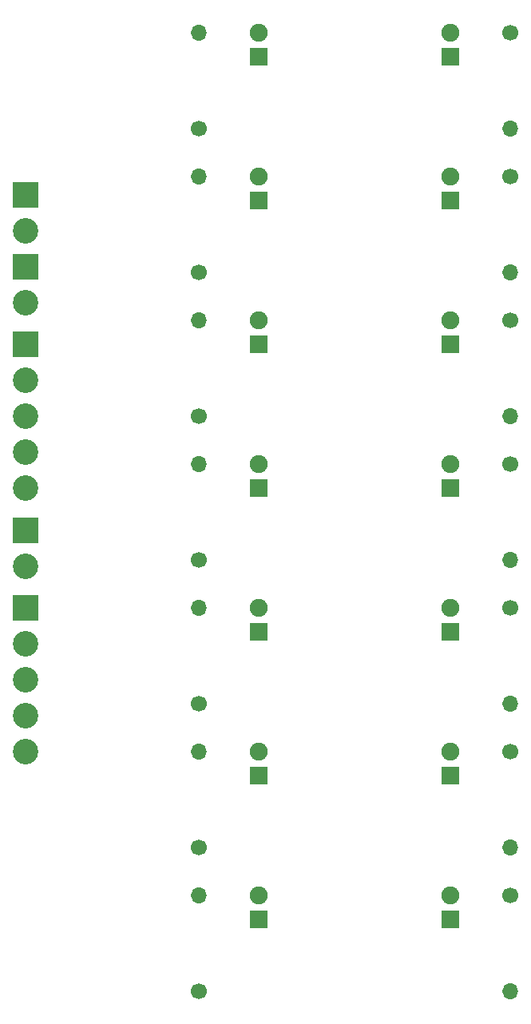
<source format=gbr>
%TF.GenerationSoftware,KiCad,Pcbnew,(5.1.6)-1*%
%TF.CreationDate,2020-07-19T07:57:48-07:00*%
%TF.ProjectId,BPEM488 Output LEDs,4250454d-3438-4382-904f-757470757420,rev?*%
%TF.SameCoordinates,Original*%
%TF.FileFunction,Soldermask,Top*%
%TF.FilePolarity,Negative*%
%FSLAX46Y46*%
G04 Gerber Fmt 4.6, Leading zero omitted, Abs format (unit mm)*
G04 Created by KiCad (PCBNEW (5.1.6)-1) date 2020-07-19 07:57:48*
%MOMM*%
%LPD*%
G01*
G04 APERTURE LIST*
%ADD10R,1.900000X1.900000*%
%ADD11C,1.900000*%
%ADD12C,2.700000*%
%ADD13R,2.700000X2.700000*%
%ADD14O,1.700000X1.700000*%
%ADD15C,1.700000*%
G04 APERTURE END LIST*
D10*
%TO.C,D1*%
X114046000Y-48768000D03*
D11*
X114046000Y-46228000D03*
%TD*%
%TO.C,D2*%
X114046000Y-61468000D03*
D10*
X114046000Y-64008000D03*
%TD*%
D11*
%TO.C,D3*%
X114046000Y-76708000D03*
D10*
X114046000Y-79248000D03*
%TD*%
D11*
%TO.C,D4*%
X114046000Y-91948000D03*
D10*
X114046000Y-94488000D03*
%TD*%
D11*
%TO.C,D5*%
X114046000Y-107188000D03*
D10*
X114046000Y-109728000D03*
%TD*%
%TO.C,D6*%
X114046000Y-124968000D03*
D11*
X114046000Y-122428000D03*
%TD*%
D10*
%TO.C,D7*%
X114046000Y-140208000D03*
D11*
X114046000Y-137668000D03*
%TD*%
D10*
%TO.C,D8*%
X134366000Y-48768000D03*
D11*
X134366000Y-46228000D03*
%TD*%
D10*
%TO.C,D9*%
X134366000Y-64008000D03*
D11*
X134366000Y-61468000D03*
%TD*%
%TO.C,D10*%
X134366000Y-76708000D03*
D10*
X134366000Y-79248000D03*
%TD*%
D11*
%TO.C,D11*%
X134366000Y-91948000D03*
D10*
X134366000Y-94488000D03*
%TD*%
%TO.C,D12*%
X134366000Y-109728000D03*
D11*
X134366000Y-107188000D03*
%TD*%
%TO.C,D13*%
X134366000Y-122428000D03*
D10*
X134366000Y-124968000D03*
%TD*%
%TO.C,D14*%
X134366000Y-140208000D03*
D11*
X134366000Y-137668000D03*
%TD*%
D12*
%TO.C,J1*%
X89281000Y-74803000D03*
D13*
X89281000Y-70993000D03*
%TD*%
%TO.C,J2*%
X89281000Y-79248000D03*
D12*
X89281000Y-94488000D03*
X89281000Y-90678000D03*
X89281000Y-83058000D03*
X89281000Y-86868000D03*
%TD*%
D13*
%TO.C,J3*%
X89281000Y-98933000D03*
D12*
X89281000Y-102743000D03*
%TD*%
%TO.C,J4*%
X89281000Y-114808000D03*
X89281000Y-110998000D03*
X89281000Y-118618000D03*
X89281000Y-122428000D03*
D13*
X89281000Y-107188000D03*
%TD*%
D12*
%TO.C,J5*%
X89281000Y-67183000D03*
D13*
X89281000Y-63373000D03*
%TD*%
D14*
%TO.C,R1*%
X107696000Y-46228000D03*
D15*
X107696000Y-56388000D03*
%TD*%
%TO.C,R2*%
X107696000Y-71628000D03*
D14*
X107696000Y-61468000D03*
%TD*%
%TO.C,R3*%
X107696000Y-76708000D03*
D15*
X107696000Y-86868000D03*
%TD*%
%TO.C,R4*%
X107696000Y-102108000D03*
D14*
X107696000Y-91948000D03*
%TD*%
%TO.C,R5*%
X107696000Y-107188000D03*
D15*
X107696000Y-117348000D03*
%TD*%
%TO.C,R6*%
X107696000Y-132588000D03*
D14*
X107696000Y-122428000D03*
%TD*%
%TO.C,R7*%
X107696000Y-137668000D03*
D15*
X107696000Y-147828000D03*
%TD*%
%TO.C,R8*%
X140716000Y-46228000D03*
D14*
X140716000Y-56388000D03*
%TD*%
%TO.C,R9*%
X140716000Y-71628000D03*
D15*
X140716000Y-61468000D03*
%TD*%
%TO.C,R10*%
X140716000Y-76708000D03*
D14*
X140716000Y-86868000D03*
%TD*%
%TO.C,R11*%
X140716000Y-102108000D03*
D15*
X140716000Y-91948000D03*
%TD*%
%TO.C,R12*%
X140716000Y-107188000D03*
D14*
X140716000Y-117348000D03*
%TD*%
D15*
%TO.C,R13*%
X140716000Y-122428000D03*
D14*
X140716000Y-132588000D03*
%TD*%
%TO.C,R14*%
X140716000Y-147828000D03*
D15*
X140716000Y-137668000D03*
%TD*%
M02*

</source>
